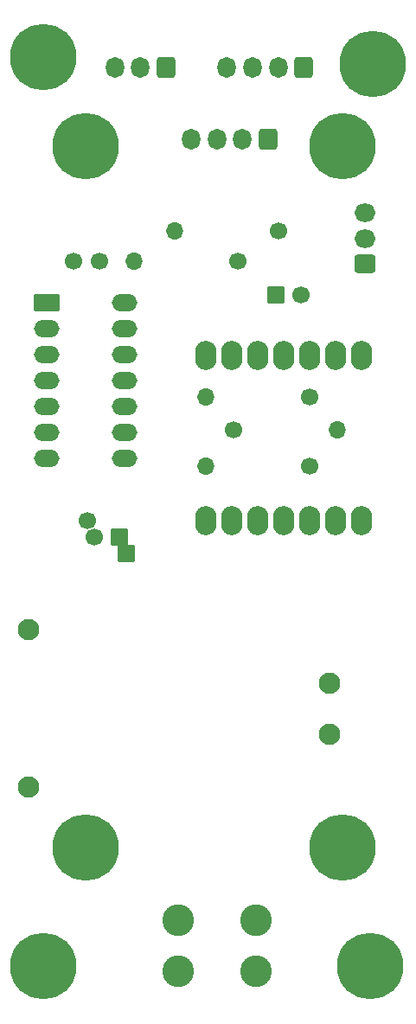
<source format=gbr>
%TF.GenerationSoftware,KiCad,Pcbnew,7.0.8*%
%TF.CreationDate,2023-10-09T03:06:34-07:00*%
%TF.ProjectId,PZEM-Stack R1,505a454d-2d53-4746-9163-6b2052312e6b,rev?*%
%TF.SameCoordinates,Original*%
%TF.FileFunction,Soldermask,Top*%
%TF.FilePolarity,Negative*%
%FSLAX46Y46*%
G04 Gerber Fmt 4.6, Leading zero omitted, Abs format (unit mm)*
G04 Created by KiCad (PCBNEW 7.0.8) date 2023-10-09 03:06:34*
%MOMM*%
%LPD*%
G01*
G04 APERTURE LIST*
G04 Aperture macros list*
%AMRoundRect*
0 Rectangle with rounded corners*
0 $1 Rounding radius*
0 $2 $3 $4 $5 $6 $7 $8 $9 X,Y pos of 4 corners*
0 Add a 4 corners polygon primitive as box body*
4,1,4,$2,$3,$4,$5,$6,$7,$8,$9,$2,$3,0*
0 Add four circle primitives for the rounded corners*
1,1,$1+$1,$2,$3*
1,1,$1+$1,$4,$5*
1,1,$1+$1,$6,$7*
1,1,$1+$1,$8,$9*
0 Add four rect primitives between the rounded corners*
20,1,$1+$1,$2,$3,$4,$5,0*
20,1,$1+$1,$4,$5,$6,$7,0*
20,1,$1+$1,$6,$7,$8,$9,0*
20,1,$1+$1,$8,$9,$2,$3,0*%
G04 Aperture macros list end*
%ADD10RoundRect,1.050000X0.000000X0.375000X0.000000X-0.375000X0.000000X-0.375000X0.000000X0.375000X0*%
%ADD11C,0.900000*%
%ADD12C,6.500000*%
%ADD13RoundRect,0.300000X0.600000X0.725000X-0.600000X0.725000X-0.600000X-0.725000X0.600000X-0.725000X0*%
%ADD14O,1.800000X2.050000*%
%ADD15C,1.700000*%
%ADD16RoundRect,0.050000X-0.800000X-0.800000X0.800000X-0.800000X0.800000X0.800000X-0.800000X0.800000X0*%
%ADD17O,1.700000X1.700000*%
%ADD18RoundRect,0.050000X-1.200000X-0.800000X1.200000X-0.800000X1.200000X0.800000X-1.200000X0.800000X0*%
%ADD19O,2.500000X1.700000*%
%ADD20RoundRect,0.050000X0.800000X0.800000X-0.800000X0.800000X-0.800000X-0.800000X0.800000X-0.800000X0*%
%ADD21RoundRect,0.300000X0.725000X-0.600000X0.725000X0.600000X-0.725000X0.600000X-0.725000X-0.600000X0*%
%ADD22O,2.050000X1.800000*%
%ADD23C,3.100000*%
%ADD24C,2.100000*%
G04 APERTURE END LIST*
D10*
%TO.C,U2*%
X35160000Y63781000D03*
X32620000Y63781000D03*
X30080000Y63781000D03*
X27540000Y63781000D03*
X25000000Y63781000D03*
X22460000Y63781000D03*
X19920000Y63781000D03*
X19920000Y47616000D03*
X22460000Y47616000D03*
X25000000Y47616000D03*
X27540000Y47616000D03*
X30080000Y47616000D03*
X32620000Y47616000D03*
X35160000Y47616000D03*
%TD*%
D11*
%TO.C,H4*%
X33902944Y92302944D03*
X34605888Y94000000D03*
X34605888Y90605888D03*
X36302944Y94702944D03*
D12*
X36302944Y92302944D03*
D11*
X36302944Y89902944D03*
X38000000Y94000000D03*
X38000000Y90605888D03*
X38702944Y92302944D03*
%TD*%
%TO.C,H3*%
X33600000Y4000000D03*
X34302944Y5697056D03*
X34302944Y2302944D03*
X36000000Y6400000D03*
D12*
X36000000Y4000000D03*
D11*
X36000000Y1600000D03*
X37697056Y5697056D03*
X37697056Y2302944D03*
X38400000Y4000000D03*
%TD*%
%TO.C,H2*%
X1600000Y93000000D03*
X2302944Y94697056D03*
X2302944Y91302944D03*
X4000000Y95400000D03*
D12*
X4000000Y93000000D03*
D11*
X4000000Y90600000D03*
X5697056Y94697056D03*
X5697056Y91302944D03*
X6400000Y93000000D03*
%TD*%
%TO.C,H1*%
X1600000Y4000000D03*
X2302944Y5697056D03*
X2302944Y2302944D03*
X4000000Y6400000D03*
D12*
X4000000Y4000000D03*
D11*
X4000000Y1600000D03*
X5697056Y5697056D03*
X5697056Y2302944D03*
X6400000Y4000000D03*
%TD*%
D13*
%TO.C,J9*%
X16000000Y92000000D03*
D14*
X13500000Y92000000D03*
X11000000Y92000000D03*
%TD*%
D13*
%TO.C,J2*%
X29500000Y92000000D03*
D14*
X27000000Y92000000D03*
X24500000Y92000000D03*
X22000000Y92000000D03*
%TD*%
D15*
%TO.C,C1*%
X9500000Y73000000D03*
X7000000Y73000000D03*
%TD*%
D16*
%TO.C,C4*%
X26750000Y69750000D03*
D15*
X29250000Y69750000D03*
%TD*%
%TO.C,R3*%
X30080000Y53000000D03*
D17*
X19920000Y53000000D03*
%TD*%
D15*
%TO.C,R4*%
X30080000Y59750000D03*
D17*
X19920000Y59750000D03*
%TD*%
D15*
%TO.C,R1*%
X27000000Y76000000D03*
D17*
X16840000Y76000000D03*
%TD*%
D15*
%TO.C,R2*%
X23080000Y73000000D03*
D17*
X12920000Y73000000D03*
%TD*%
D18*
%TO.C,U1*%
X4380000Y69000000D03*
D19*
X4380000Y66460000D03*
X4380000Y63920000D03*
X4380000Y61380000D03*
X4380000Y58840000D03*
X4380000Y56300000D03*
X4380000Y53760000D03*
X12000000Y53760000D03*
X12000000Y56300000D03*
X12000000Y58840000D03*
X12000000Y61380000D03*
X12000000Y63920000D03*
X12000000Y66460000D03*
X12000000Y69000000D03*
%TD*%
D13*
%TO.C,J1*%
X26000000Y85000000D03*
D14*
X23500000Y85000000D03*
X21000000Y85000000D03*
X18500000Y85000000D03*
%TD*%
D11*
%TO.C,H8*%
X30902944Y15600000D03*
X31605888Y17297056D03*
X31605888Y13902944D03*
X33302944Y18000000D03*
D12*
X33302944Y15600000D03*
D11*
X33302944Y13200000D03*
X35000000Y17297056D03*
X35000000Y13902944D03*
X35702944Y15600000D03*
%TD*%
%TO.C,H7*%
X5752944Y15600000D03*
X6455888Y17297056D03*
X6455888Y13902944D03*
X8152944Y18000000D03*
D12*
X8152944Y15600000D03*
D11*
X8152944Y13200000D03*
X9850000Y17297056D03*
X9850000Y13902944D03*
X10552944Y15600000D03*
%TD*%
%TO.C,H6*%
X30902944Y84320000D03*
X31605888Y86017056D03*
X31605888Y82622944D03*
X33302944Y86720000D03*
D12*
X33302944Y84320000D03*
D11*
X33302944Y81920000D03*
X35000000Y86017056D03*
X35000000Y82622944D03*
X35702944Y84320000D03*
%TD*%
D15*
%TO.C,R5*%
X22670000Y56500000D03*
D17*
X32830000Y56500000D03*
%TD*%
D20*
%TO.C,C2*%
X12170937Y44400000D03*
X11500000Y46000000D03*
D15*
X9000000Y46000000D03*
X8329063Y47600000D03*
%TD*%
D21*
%TO.C,J4*%
X35475000Y72750000D03*
D22*
X35475000Y75250000D03*
X35475000Y77750000D03*
%TD*%
D23*
%TO.C,J3*%
X24810000Y8500000D03*
X24810000Y3500000D03*
X17190000Y8500000D03*
X17190000Y3500000D03*
%TD*%
D24*
%TO.C,U3*%
X32000000Y26750000D03*
X32000000Y31750000D03*
X2600000Y36950000D03*
X2600000Y21550000D03*
%TD*%
D11*
%TO.C,H5*%
X5752944Y84320000D03*
X6455888Y86017056D03*
X6455888Y82622944D03*
X8152944Y86720000D03*
D12*
X8152944Y84320000D03*
D11*
X8152944Y81920000D03*
X9850000Y86017056D03*
X9850000Y82622944D03*
X10552944Y84320000D03*
%TD*%
M02*

</source>
